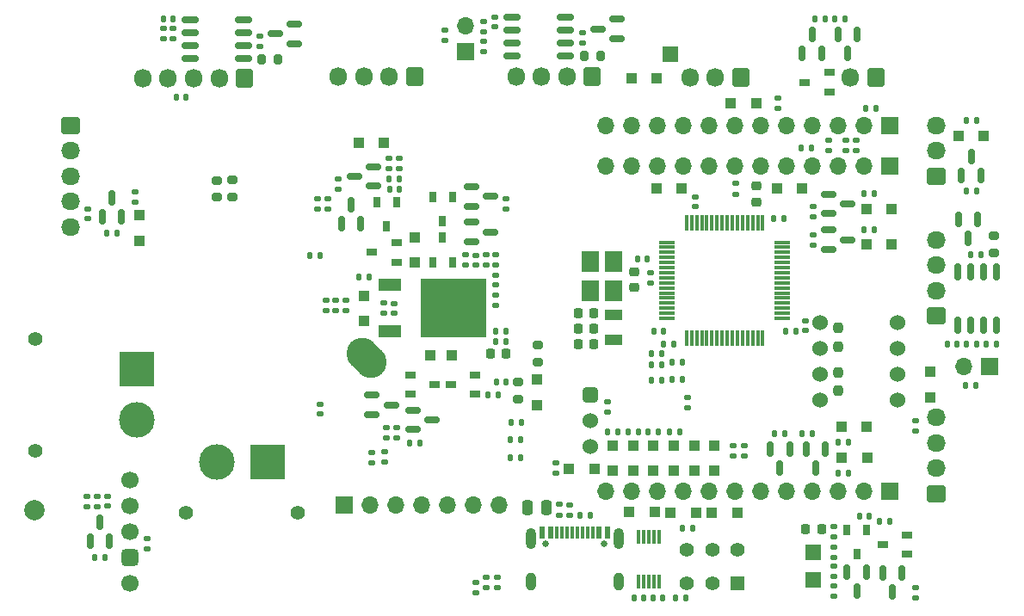
<source format=gbr>
%TF.GenerationSoftware,KiCad,Pcbnew,(6.0.11)*%
%TF.CreationDate,2024-02-29T08:23:56+09:00*%
%TF.ProjectId,Mother_Ctrl,4d6f7468-6572-45f4-9374-726c2e6b6963,rev?*%
%TF.SameCoordinates,Original*%
%TF.FileFunction,Soldermask,Bot*%
%TF.FilePolarity,Negative*%
%FSLAX46Y46*%
G04 Gerber Fmt 4.6, Leading zero omitted, Abs format (unit mm)*
G04 Created by KiCad (PCBNEW (6.0.11)) date 2024-02-29 08:23:56*
%MOMM*%
%LPD*%
G01*
G04 APERTURE LIST*
G04 Aperture macros list*
%AMRoundRect*
0 Rectangle with rounded corners*
0 $1 Rounding radius*
0 $2 $3 $4 $5 $6 $7 $8 $9 X,Y pos of 4 corners*
0 Add a 4 corners polygon primitive as box body*
4,1,4,$2,$3,$4,$5,$6,$7,$8,$9,$2,$3,0*
0 Add four circle primitives for the rounded corners*
1,1,$1+$1,$2,$3*
1,1,$1+$1,$4,$5*
1,1,$1+$1,$6,$7*
1,1,$1+$1,$8,$9*
0 Add four rect primitives between the rounded corners*
20,1,$1+$1,$2,$3,$4,$5,0*
20,1,$1+$1,$4,$5,$6,$7,0*
20,1,$1+$1,$6,$7,$8,$9,0*
20,1,$1+$1,$8,$9,$2,$3,0*%
%AMHorizOval*
0 Thick line with rounded ends*
0 $1 width*
0 $2 $3 position (X,Y) of the first rounded end (center of the circle)*
0 $4 $5 position (X,Y) of the second rounded end (center of the circle)*
0 Add line between two ends*
20,1,$1,$2,$3,$4,$5,0*
0 Add two circle primitives to create the rounded ends*
1,1,$1,$2,$3*
1,1,$1,$4,$5*%
G04 Aperture macros list end*
%ADD10RoundRect,0.250000X0.675000X-0.600000X0.675000X0.600000X-0.675000X0.600000X-0.675000X-0.600000X0*%
%ADD11O,1.850000X1.700000*%
%ADD12R,1.700000X1.700000*%
%ADD13O,1.700000X1.700000*%
%ADD14RoundRect,0.250000X0.600000X0.675000X-0.600000X0.675000X-0.600000X-0.675000X0.600000X-0.675000X0*%
%ADD15O,1.700000X1.850000*%
%ADD16C,1.400000*%
%ADD17R,3.500000X3.500000*%
%ADD18C,3.500000*%
%ADD19R,1.400000X1.400000*%
%ADD20RoundRect,0.381000X-0.381000X-0.381000X0.381000X-0.381000X0.381000X0.381000X-0.381000X0.381000X0*%
%ADD21C,1.524000*%
%ADD22RoundRect,0.250000X-0.675000X0.600000X-0.675000X-0.600000X0.675000X-0.600000X0.675000X0.600000X0*%
%ADD23HorizOval,3.100000X0.424264X-0.424264X-0.424264X0.424264X0*%
%ADD24C,1.700000*%
%ADD25RoundRect,0.425000X0.425000X0.425000X-0.425000X0.425000X-0.425000X-0.425000X0.425000X-0.425000X0*%
%ADD26C,2.000000*%
%ADD27RoundRect,0.225000X-0.225000X-0.250000X0.225000X-0.250000X0.225000X0.250000X-0.225000X0.250000X0*%
%ADD28R,1.000000X0.700000*%
%ADD29RoundRect,0.135000X0.135000X0.185000X-0.135000X0.185000X-0.135000X-0.185000X0.135000X-0.185000X0*%
%ADD30RoundRect,0.150000X0.150000X-0.587500X0.150000X0.587500X-0.150000X0.587500X-0.150000X-0.587500X0*%
%ADD31RoundRect,0.135000X-0.185000X0.135000X-0.185000X-0.135000X0.185000X-0.135000X0.185000X0.135000X0*%
%ADD32RoundRect,0.140000X0.170000X-0.140000X0.170000X0.140000X-0.170000X0.140000X-0.170000X-0.140000X0*%
%ADD33RoundRect,0.135000X-0.135000X-0.185000X0.135000X-0.185000X0.135000X0.185000X-0.135000X0.185000X0*%
%ADD34R,1.800000X1.000000*%
%ADD35RoundRect,0.237500X-0.237500X0.250000X-0.237500X-0.250000X0.237500X-0.250000X0.237500X0.250000X0*%
%ADD36RoundRect,0.150000X-0.150000X0.587500X-0.150000X-0.587500X0.150000X-0.587500X0.150000X0.587500X0*%
%ADD37RoundRect,0.225000X-0.250000X0.225000X-0.250000X-0.225000X0.250000X-0.225000X0.250000X0.225000X0*%
%ADD38R,1.000000X1.000000*%
%ADD39RoundRect,0.150000X0.587500X0.150000X-0.587500X0.150000X-0.587500X-0.150000X0.587500X-0.150000X0*%
%ADD40RoundRect,0.140000X-0.140000X-0.170000X0.140000X-0.170000X0.140000X0.170000X-0.140000X0.170000X0*%
%ADD41RoundRect,0.150000X-0.150000X0.675000X-0.150000X-0.675000X0.150000X-0.675000X0.150000X0.675000X0*%
%ADD42RoundRect,0.200000X0.275000X-0.200000X0.275000X0.200000X-0.275000X0.200000X-0.275000X-0.200000X0*%
%ADD43RoundRect,0.150000X-0.587500X-0.150000X0.587500X-0.150000X0.587500X0.150000X-0.587500X0.150000X0*%
%ADD44RoundRect,0.140000X-0.170000X0.140000X-0.170000X-0.140000X0.170000X-0.140000X0.170000X0.140000X0*%
%ADD45RoundRect,0.140000X0.140000X0.170000X-0.140000X0.170000X-0.140000X-0.170000X0.140000X-0.170000X0*%
%ADD46R,0.300000X1.400000*%
%ADD47R,0.700000X1.000000*%
%ADD48RoundRect,0.075000X-0.700000X-0.075000X0.700000X-0.075000X0.700000X0.075000X-0.700000X0.075000X0*%
%ADD49RoundRect,0.075000X-0.075000X-0.700000X0.075000X-0.700000X0.075000X0.700000X-0.075000X0.700000X0*%
%ADD50RoundRect,0.200000X-0.275000X0.200000X-0.275000X-0.200000X0.275000X-0.200000X0.275000X0.200000X0*%
%ADD51RoundRect,0.135000X0.185000X-0.135000X0.185000X0.135000X-0.185000X0.135000X-0.185000X-0.135000X0*%
%ADD52RoundRect,0.150000X0.675000X0.150000X-0.675000X0.150000X-0.675000X-0.150000X0.675000X-0.150000X0*%
%ADD53R,1.800000X2.100000*%
%ADD54RoundRect,0.250000X-0.250000X-0.475000X0.250000X-0.475000X0.250000X0.475000X-0.250000X0.475000X0*%
%ADD55RoundRect,0.200000X0.200000X0.275000X-0.200000X0.275000X-0.200000X-0.275000X0.200000X-0.275000X0*%
%ADD56R,1.500000X1.500000*%
%ADD57R,2.200000X1.200000*%
%ADD58R,6.400000X5.800000*%
%ADD59C,0.650000*%
%ADD60R,0.600000X1.240000*%
%ADD61R,0.300000X1.240000*%
%ADD62O,1.000000X1.800000*%
%ADD63O,1.000000X2.100000*%
%ADD64RoundRect,0.225000X0.225000X0.250000X-0.225000X0.250000X-0.225000X-0.250000X0.225000X-0.250000X0*%
G04 APERTURE END LIST*
D10*
%TO.C,J10*%
X193650000Y-124320000D03*
D11*
X193650000Y-121820000D03*
X193650000Y-119320000D03*
X193650000Y-116820000D03*
%TD*%
D12*
%TO.C,J16*%
X189050000Y-92070000D03*
D13*
X186510000Y-92070000D03*
X183970000Y-92070000D03*
X181430000Y-92070000D03*
X178890000Y-92070000D03*
X176350000Y-92070000D03*
X173810000Y-92070000D03*
X171270000Y-92070000D03*
X168730000Y-92070000D03*
X166190000Y-92070000D03*
X163650000Y-92070000D03*
X161110000Y-92070000D03*
%TD*%
D14*
%TO.C,J6*%
X187650000Y-83370000D03*
D15*
X185150000Y-83370000D03*
%TD*%
D16*
%TO.C,J2*%
X119800000Y-126170000D03*
X130800000Y-126170000D03*
D17*
X127800000Y-121170000D03*
D18*
X122800000Y-121170000D03*
%TD*%
D14*
%TO.C,J12*%
X159790000Y-83260000D03*
D15*
X157290000Y-83260000D03*
X154790000Y-83260000D03*
X152290000Y-83260000D03*
%TD*%
D19*
%TO.C,SW4*%
X174070000Y-133100000D03*
D16*
X171570000Y-133100000D03*
X169070000Y-133100000D03*
X174070000Y-129800000D03*
X171570000Y-129800000D03*
X169070000Y-129800000D03*
%TD*%
D12*
%TO.C,JP1*%
X198825000Y-111810000D03*
D13*
X196285000Y-111810000D03*
%TD*%
D14*
%TO.C,J14*%
X125550000Y-83470000D03*
D15*
X123050000Y-83470000D03*
X120550000Y-83470000D03*
X118050000Y-83470000D03*
X115550000Y-83470000D03*
%TD*%
D10*
%TO.C,J7*%
X193650000Y-93070000D03*
D11*
X193650000Y-90570000D03*
X193650000Y-88070000D03*
%TD*%
D12*
%TO.C,J15*%
X189050000Y-88070000D03*
D13*
X186510000Y-88070000D03*
X183970000Y-88070000D03*
X181430000Y-88070000D03*
X178890000Y-88070000D03*
X176350000Y-88070000D03*
X173810000Y-88070000D03*
X171270000Y-88070000D03*
X168730000Y-88070000D03*
X166190000Y-88070000D03*
X163650000Y-88070000D03*
X161110000Y-88070000D03*
%TD*%
D16*
%TO.C,J1*%
X104975000Y-109070000D03*
X104975000Y-120070000D03*
D17*
X114975000Y-112070000D03*
D18*
X114975000Y-117070000D03*
%TD*%
D12*
%TO.C,JP2*%
X147300000Y-80845001D03*
D13*
X147300000Y-78305001D03*
%TD*%
D14*
%TO.C,J11*%
X142290000Y-83310000D03*
D15*
X139790000Y-83310000D03*
X137290000Y-83310000D03*
X134790000Y-83310000D03*
%TD*%
D20*
%TO.C,SW5*%
X159550000Y-114570000D03*
D21*
X159550000Y-117110000D03*
X159550000Y-119650000D03*
%TD*%
D14*
%TO.C,J8*%
X174400000Y-83370000D03*
D15*
X171900000Y-83370000D03*
X169400000Y-83370000D03*
%TD*%
D22*
%TO.C,J13*%
X108450000Y-88070000D03*
D11*
X108450000Y-90570000D03*
X108450000Y-93070000D03*
X108450000Y-95570000D03*
X108450000Y-98070000D03*
%TD*%
D10*
%TO.C,J9*%
X193650000Y-106820000D03*
D11*
X193650000Y-104320000D03*
X193650000Y-101820000D03*
X193650000Y-99320000D03*
%TD*%
D23*
%TO.C,U2*%
X137600000Y-110920000D03*
%TD*%
D12*
%TO.C,J17*%
X189050000Y-124070000D03*
D13*
X186510000Y-124070000D03*
X183970000Y-124070000D03*
X181430000Y-124070000D03*
X178890000Y-124070000D03*
X176350000Y-124070000D03*
X173810000Y-124070000D03*
X171270000Y-124070000D03*
X168730000Y-124070000D03*
X166190000Y-124070000D03*
X163650000Y-124070000D03*
X161110000Y-124070000D03*
%TD*%
D12*
%TO.C,J4*%
X135400000Y-125420000D03*
D13*
X137940000Y-125420000D03*
X140480000Y-125420000D03*
X143020000Y-125420000D03*
X145560000Y-125420000D03*
X148100000Y-125420000D03*
X150640000Y-125420000D03*
%TD*%
D21*
%TO.C,U5*%
X182209999Y-110050002D03*
X189829999Y-110050002D03*
X182209999Y-107510002D03*
X189829999Y-115130002D03*
X189829999Y-112590002D03*
X182209999Y-115130002D03*
X182209999Y-112590002D03*
X189829999Y-107510002D03*
%TD*%
D24*
%TO.C,SW1*%
X114300000Y-122990000D03*
X114300000Y-133150000D03*
D25*
X114300000Y-130610000D03*
D24*
X114300000Y-128070000D03*
X114300000Y-125530000D03*
%TD*%
D26*
%TO.C,TP5*%
X104900000Y-125970000D03*
%TD*%
D27*
%TO.C,C17*%
X158365000Y-109630000D03*
X159915000Y-109630000D03*
%TD*%
D28*
%TO.C,Q9*%
X183100000Y-82870000D03*
X183100000Y-84770000D03*
X180700000Y-83820000D03*
%TD*%
D29*
%TO.C,R55*%
X162270000Y-118230000D03*
X161250000Y-118230000D03*
%TD*%
D30*
%TO.C,Q2*%
X112250000Y-129007500D03*
X110350000Y-129007500D03*
X111300000Y-127132500D03*
%TD*%
D31*
%TO.C,R46*%
X183550000Y-133360000D03*
X183550000Y-134380000D03*
%TD*%
D32*
%TO.C,C19*%
X148300000Y-101800000D03*
X148300000Y-100840000D03*
%TD*%
D33*
%TO.C,R31*%
X183640000Y-77570000D03*
X184660000Y-77570000D03*
%TD*%
D34*
%TO.C,Y2*%
X161850000Y-106710000D03*
X161850000Y-109210000D03*
%TD*%
D31*
%TO.C,R41*%
X161300000Y-115310000D03*
X161300000Y-116330000D03*
%TD*%
%TO.C,R1*%
X115970000Y-128720000D03*
X115970000Y-129740000D03*
%TD*%
D35*
%TO.C,R84*%
X183990000Y-107997500D03*
X183990000Y-109822500D03*
%TD*%
D31*
%TO.C,R80*%
X181487500Y-96090000D03*
X181487500Y-97110000D03*
%TD*%
D33*
%TO.C,R27*%
X136840000Y-103020000D03*
X137860000Y-103020000D03*
%TD*%
D31*
%TO.C,R13*%
X132710000Y-95310000D03*
X132710000Y-96330000D03*
%TD*%
D28*
%TO.C,Q6*%
X141850000Y-114520000D03*
X141850000Y-112620000D03*
X144250000Y-113570000D03*
%TD*%
D36*
%TO.C,Q18*%
X188350000Y-132132500D03*
X190250000Y-132132500D03*
X189300000Y-134007500D03*
%TD*%
D37*
%TO.C,C16*%
X163930000Y-102485000D03*
X163930000Y-104035000D03*
%TD*%
D38*
%TO.C,D10*%
X171800000Y-119570000D03*
X171800000Y-122070000D03*
%TD*%
D36*
%TO.C,Q27*%
X177294500Y-119938750D03*
X179194500Y-119938750D03*
X178244500Y-121813750D03*
%TD*%
D39*
%TO.C,Q32*%
X130487500Y-78120000D03*
X130487500Y-80020000D03*
X128612500Y-79070000D03*
%TD*%
D36*
%TO.C,Q16*%
X184850000Y-132032500D03*
X186750000Y-132032500D03*
X185800000Y-133907500D03*
%TD*%
D31*
%TO.C,R99*%
X145290000Y-78690000D03*
X145290000Y-79710000D03*
%TD*%
D36*
%TO.C,Q11*%
X183950000Y-79132500D03*
X185850000Y-79132500D03*
X184900000Y-81007500D03*
%TD*%
D29*
%TO.C,R29*%
X140810000Y-93320000D03*
X139790000Y-93320000D03*
%TD*%
D30*
%TO.C,Q23*%
X198000000Y-93007500D03*
X196100000Y-93007500D03*
X197050000Y-91132500D03*
%TD*%
D40*
%TO.C,C28*%
X178820000Y-108320000D03*
X179780000Y-108320000D03*
%TD*%
D38*
%TO.C,D11*%
X174040000Y-126210000D03*
X171540000Y-126210000D03*
%TD*%
D41*
%TO.C,U6*%
X195705000Y-102495000D03*
X196975000Y-102495000D03*
X198245000Y-102495000D03*
X199515000Y-102495000D03*
X199515000Y-107745000D03*
X198245000Y-107745000D03*
X196975000Y-107745000D03*
X195705000Y-107745000D03*
%TD*%
D38*
%TO.C,D14*%
X167800000Y-119570000D03*
X167800000Y-122070000D03*
%TD*%
D31*
%TO.C,R91*%
X158810000Y-78960000D03*
X158810000Y-79980000D03*
%TD*%
D42*
%TO.C,R3*%
X152510000Y-114995000D03*
X152510000Y-113345000D03*
%TD*%
D43*
%TO.C,Q22*%
X147862500Y-96020000D03*
X147862500Y-94120000D03*
X149737500Y-95070000D03*
%TD*%
D44*
%TO.C,C13*%
X140300000Y-105590000D03*
X140300000Y-106550000D03*
%TD*%
D45*
%TO.C,C29*%
X167780000Y-109570000D03*
X166820000Y-109570000D03*
%TD*%
%TO.C,C35*%
X118530000Y-77570000D03*
X117570000Y-77570000D03*
%TD*%
D33*
%TO.C,R72*%
X167950000Y-134590000D03*
X168970000Y-134590000D03*
%TD*%
D46*
%TO.C,U1*%
X164350000Y-128570000D03*
X164850000Y-128570000D03*
X165350000Y-128570000D03*
X165850000Y-128570000D03*
X166350000Y-128570000D03*
X166350000Y-132970000D03*
X165850000Y-132970000D03*
X165350000Y-132970000D03*
X164850000Y-132970000D03*
X164350000Y-132970000D03*
%TD*%
D47*
%TO.C,Q19*%
X146000000Y-101520000D03*
X144100000Y-101520000D03*
X145050000Y-99120000D03*
%TD*%
D31*
%TO.C,R61*%
X149300000Y-100810000D03*
X149300000Y-101830000D03*
%TD*%
D32*
%TO.C,C27*%
X165550000Y-103550000D03*
X165550000Y-102590000D03*
%TD*%
D31*
%TO.C,R23*%
X134550000Y-105310000D03*
X134550000Y-106330000D03*
%TD*%
D38*
%TO.C,H5*%
X143850000Y-110670000D03*
%TD*%
D48*
%TO.C,U4*%
X167125000Y-107070000D03*
X167125000Y-106570000D03*
X167125000Y-106070000D03*
X167125000Y-105570000D03*
X167125000Y-105070000D03*
X167125000Y-104570000D03*
X167125000Y-104070000D03*
X167125000Y-103570000D03*
X167125000Y-103070000D03*
X167125000Y-102570000D03*
X167125000Y-102070000D03*
X167125000Y-101570000D03*
X167125000Y-101070000D03*
X167125000Y-100570000D03*
X167125000Y-100070000D03*
X167125000Y-99570000D03*
D49*
X169050000Y-97645000D03*
X169550000Y-97645000D03*
X170050000Y-97645000D03*
X170550000Y-97645000D03*
X171050000Y-97645000D03*
X171550000Y-97645000D03*
X172050000Y-97645000D03*
X172550000Y-97645000D03*
X173050000Y-97645000D03*
X173550000Y-97645000D03*
X174050000Y-97645000D03*
X174550000Y-97645000D03*
X175050000Y-97645000D03*
X175550000Y-97645000D03*
X176050000Y-97645000D03*
X176550000Y-97645000D03*
D48*
X178475000Y-99570000D03*
X178475000Y-100070000D03*
X178475000Y-100570000D03*
X178475000Y-101070000D03*
X178475000Y-101570000D03*
X178475000Y-102070000D03*
X178475000Y-102570000D03*
X178475000Y-103070000D03*
X178475000Y-103570000D03*
X178475000Y-104070000D03*
X178475000Y-104570000D03*
X178475000Y-105070000D03*
X178475000Y-105570000D03*
X178475000Y-106070000D03*
X178475000Y-106570000D03*
X178475000Y-107070000D03*
D49*
X176550000Y-108995000D03*
X176050000Y-108995000D03*
X175550000Y-108995000D03*
X175050000Y-108995000D03*
X174550000Y-108995000D03*
X174050000Y-108995000D03*
X173550000Y-108995000D03*
X173050000Y-108995000D03*
X172550000Y-108995000D03*
X172050000Y-108995000D03*
X171550000Y-108995000D03*
X171050000Y-108995000D03*
X170550000Y-108995000D03*
X170050000Y-108995000D03*
X169550000Y-108995000D03*
X169050000Y-108995000D03*
%TD*%
D38*
%TO.C,D36*%
X163620000Y-83410000D03*
X166120000Y-83410000D03*
%TD*%
D32*
%TO.C,C9*%
X133000000Y-116450000D03*
X133000000Y-115490000D03*
%TD*%
D50*
%TO.C,R8*%
X124400000Y-93465000D03*
X124400000Y-95115000D03*
%TD*%
D31*
%TO.C,R22*%
X135550000Y-105310000D03*
X135550000Y-106330000D03*
%TD*%
D50*
%TO.C,R88*%
X199260000Y-98935000D03*
X199260000Y-100585000D03*
%TD*%
D33*
%TO.C,R62*%
X167610000Y-111350000D03*
X168630000Y-111350000D03*
%TD*%
D51*
%TO.C,R59*%
X191600000Y-118170000D03*
X191600000Y-117150000D03*
%TD*%
D52*
%TO.C,U8*%
X125425000Y-77665000D03*
X125425000Y-78935000D03*
X125425000Y-80205000D03*
X125425000Y-81475000D03*
X120175000Y-81475000D03*
X120175000Y-80205000D03*
X120175000Y-78935000D03*
X120175000Y-77665000D03*
%TD*%
D40*
%TO.C,C37*%
X118820000Y-85320000D03*
X119780000Y-85320000D03*
%TD*%
D44*
%TO.C,C32*%
X180740000Y-107320000D03*
X180740000Y-108280000D03*
%TD*%
D47*
%TO.C,Q15*%
X184850000Y-127870000D03*
X186750000Y-127870000D03*
X185800000Y-130270000D03*
%TD*%
D29*
%TO.C,R94*%
X199580000Y-109610000D03*
X198560000Y-109610000D03*
%TD*%
D53*
%TO.C,Y1*%
X159580000Y-104380000D03*
X159580000Y-101480000D03*
X161880000Y-101480000D03*
X161880000Y-104380000D03*
%TD*%
D38*
%TO.C,D33*%
X184310000Y-120800000D03*
X186810000Y-120800000D03*
%TD*%
D54*
%TO.C,C3*%
X153370000Y-125720000D03*
X155270000Y-125720000D03*
%TD*%
D29*
%TO.C,R66*%
X166620000Y-111610000D03*
X165600000Y-111610000D03*
%TD*%
D38*
%TO.C,D32*%
X186737500Y-99820000D03*
X189237500Y-99820000D03*
%TD*%
D28*
%TO.C,Q17*%
X190750000Y-128370000D03*
X190750000Y-130270000D03*
X188350000Y-129320000D03*
%TD*%
D32*
%TO.C,C25*%
X169910000Y-96060000D03*
X169910000Y-95100000D03*
%TD*%
D51*
%TO.C,R73*%
X148330000Y-134070000D03*
X148330000Y-133050000D03*
%TD*%
D47*
%TO.C,Q10*%
X138600000Y-95620000D03*
X140500000Y-95620000D03*
X139550000Y-98020000D03*
%TD*%
D52*
%TO.C,U7*%
X157165000Y-77435000D03*
X157165000Y-78705000D03*
X157165000Y-79975000D03*
X157165000Y-81245000D03*
X151915000Y-81245000D03*
X151915000Y-79975000D03*
X151915000Y-78705000D03*
X151915000Y-77435000D03*
%TD*%
D29*
%TO.C,R19*%
X152760000Y-120790000D03*
X151740000Y-120790000D03*
%TD*%
D33*
%TO.C,R103*%
X165600000Y-110570000D03*
X166620000Y-110570000D03*
%TD*%
D38*
%TO.C,D35*%
X184300000Y-117760000D03*
X186800000Y-117760000D03*
%TD*%
D31*
%TO.C,R4*%
X110010000Y-124570000D03*
X110010000Y-125590000D03*
%TD*%
D51*
%TO.C,R65*%
X150300000Y-101830000D03*
X150300000Y-100810000D03*
%TD*%
D55*
%TO.C,R92*%
X128875000Y-81570000D03*
X127225000Y-81570000D03*
%TD*%
D45*
%TO.C,C2*%
X151280000Y-113290000D03*
X150320000Y-113290000D03*
%TD*%
%TO.C,C31*%
X166779999Y-108319999D03*
X165819999Y-108319999D03*
%TD*%
D42*
%TO.C,R7*%
X122840000Y-95135000D03*
X122840000Y-93485000D03*
%TD*%
D31*
%TO.C,R44*%
X139300001Y-105559999D03*
X139300001Y-106579999D03*
%TD*%
D33*
%TO.C,R90*%
X197000000Y-100760000D03*
X198020000Y-100760000D03*
%TD*%
D36*
%TO.C,Q30*%
X195810000Y-97322500D03*
X197710000Y-97322500D03*
X196760000Y-99197500D03*
%TD*%
D31*
%TO.C,R86*%
X114800000Y-94640000D03*
X114800000Y-95660000D03*
%TD*%
%TO.C,R75*%
X181487500Y-98810000D03*
X181487500Y-99830000D03*
%TD*%
D38*
%TO.C,H4*%
X145950000Y-110670000D03*
%TD*%
D29*
%TO.C,R81*%
X178754500Y-118376250D03*
X177734500Y-118376250D03*
%TD*%
D55*
%TO.C,R89*%
X160635000Y-81240000D03*
X158985000Y-81240000D03*
%TD*%
D43*
%TO.C,Q26*%
X183050000Y-96770000D03*
X183050000Y-94870000D03*
X184925000Y-95820000D03*
%TD*%
D56*
%TO.C,H7*%
X181550000Y-130070000D03*
%TD*%
D39*
%TO.C,Q12*%
X138237500Y-92120000D03*
X138237500Y-94020000D03*
X136362500Y-93070000D03*
%TD*%
D29*
%TO.C,R28*%
X182660000Y-77570000D03*
X181640000Y-77570000D03*
%TD*%
D31*
%TO.C,R100*%
X118550000Y-78560000D03*
X118550000Y-79580000D03*
%TD*%
%TO.C,R26*%
X140800000Y-91310000D03*
X140800000Y-92330000D03*
%TD*%
D44*
%TO.C,C36*%
X110170000Y-96270000D03*
X110170000Y-97230000D03*
%TD*%
D51*
%TO.C,R2*%
X111050000Y-125570000D03*
X111050000Y-124550000D03*
%TD*%
D29*
%TO.C,R95*%
X197630000Y-109620000D03*
X196610000Y-109620000D03*
%TD*%
%TO.C,R67*%
X166650000Y-113140000D03*
X165630000Y-113140000D03*
%TD*%
D51*
%TO.C,R52*%
X138110000Y-121320000D03*
X138110000Y-120300000D03*
%TD*%
D33*
%TO.C,R42*%
X186670000Y-86360000D03*
X187690000Y-86360000D03*
%TD*%
D38*
%TO.C,D17*%
X163800000Y-119570000D03*
X163800000Y-122070000D03*
%TD*%
D32*
%TO.C,C1*%
X112080000Y-125550000D03*
X112080000Y-124590000D03*
%TD*%
D51*
%TO.C,R45*%
X183550000Y-132480000D03*
X183550000Y-131460000D03*
%TD*%
D56*
%TO.C,H11*%
X167420000Y-81100000D03*
%TD*%
D38*
%TO.C,D34*%
X186737500Y-96320000D03*
X189237500Y-96320000D03*
%TD*%
D30*
%TO.C,Q14*%
X137000000Y-97757500D03*
X135100000Y-97757500D03*
X136050000Y-95882500D03*
%TD*%
D29*
%TO.C,R9*%
X111810000Y-130570000D03*
X110790000Y-130570000D03*
%TD*%
D33*
%TO.C,R21*%
X131980000Y-100840000D03*
X133000000Y-100840000D03*
%TD*%
D29*
%TO.C,R17*%
X152810000Y-117290000D03*
X151790000Y-117290000D03*
%TD*%
D43*
%TO.C,Q20*%
X147862500Y-99520000D03*
X147862500Y-97620000D03*
X149737500Y-98570000D03*
%TD*%
D31*
%TO.C,R49*%
X174720000Y-119560000D03*
X174720000Y-120580000D03*
%TD*%
D56*
%TO.C,H8*%
X181550000Y-132820000D03*
%TD*%
D43*
%TO.C,Q24*%
X183050000Y-100270000D03*
X183050000Y-98370000D03*
X184925000Y-99320000D03*
%TD*%
D51*
%TO.C,R33*%
X133800000Y-96330000D03*
X133800000Y-95310000D03*
%TD*%
%TO.C,R60*%
X147300000Y-101830000D03*
X147300000Y-100810000D03*
%TD*%
%TO.C,R58*%
X150300000Y-105830000D03*
X150300000Y-104810000D03*
%TD*%
D45*
%TO.C,C11*%
X140799999Y-94320000D03*
X139839999Y-94320000D03*
%TD*%
D30*
%TO.C,Q28*%
X113450000Y-97087500D03*
X111550000Y-97087500D03*
X112500000Y-95212500D03*
%TD*%
D51*
%TO.C,R96*%
X149060000Y-80840000D03*
X149060000Y-79820000D03*
%TD*%
D57*
%TO.C,U3*%
X139850001Y-108350000D03*
D58*
X146150001Y-106070000D03*
D57*
X139850001Y-103790000D03*
%TD*%
D28*
%TO.C,Q4*%
X148250000Y-112620000D03*
X148250000Y-114520000D03*
X145850000Y-113570000D03*
%TD*%
D40*
%TO.C,C4*%
X165770000Y-134570000D03*
X166730000Y-134570000D03*
%TD*%
D31*
%TO.C,R43*%
X184730000Y-89560000D03*
X184730000Y-90580000D03*
%TD*%
%TO.C,R47*%
X173660000Y-119550000D03*
X173660000Y-120570000D03*
%TD*%
D51*
%TO.C,R70*%
X149370000Y-133560000D03*
X149370000Y-132540000D03*
%TD*%
%TO.C,R16*%
X140550000Y-118830000D03*
X140550000Y-117810000D03*
%TD*%
D33*
%TO.C,R87*%
X111990000Y-98650000D03*
X113010000Y-98650000D03*
%TD*%
D51*
%TO.C,R35*%
X183550000Y-128580000D03*
X183550000Y-127560000D03*
%TD*%
D33*
%TO.C,R76*%
X196540000Y-87570000D03*
X197560000Y-87570000D03*
%TD*%
D31*
%TO.C,R69*%
X169120000Y-114870000D03*
X169120000Y-115890000D03*
%TD*%
D33*
%TO.C,R82*%
X186477500Y-94820000D03*
X187497500Y-94820000D03*
%TD*%
D38*
%TO.C,D5*%
X136800000Y-89810000D03*
X139300000Y-89810000D03*
%TD*%
D33*
%TO.C,R63*%
X167620000Y-113090000D03*
X168640000Y-113090000D03*
%TD*%
D29*
%TO.C,R10*%
X159570000Y-126480000D03*
X158550000Y-126480000D03*
%TD*%
D38*
%TO.C,D12*%
X169800000Y-119570000D03*
X169800000Y-122070000D03*
%TD*%
%TO.C,D37*%
X175900000Y-85890000D03*
X173400000Y-85890000D03*
%TD*%
D50*
%TO.C,R5*%
X154380000Y-109705000D03*
X154380000Y-111355000D03*
%TD*%
D45*
%TO.C,C6*%
X187030000Y-126570000D03*
X186070000Y-126570000D03*
%TD*%
%TO.C,C33*%
X195680000Y-109620000D03*
X194720000Y-109620000D03*
%TD*%
D33*
%TO.C,R77*%
X186477500Y-98320000D03*
X187497500Y-98320000D03*
%TD*%
D51*
%TO.C,R57*%
X191550000Y-134580000D03*
X191550000Y-133560000D03*
%TD*%
D40*
%TO.C,C26*%
X177640000Y-97270000D03*
X178600000Y-97270000D03*
%TD*%
D38*
%TO.C,D15*%
X163390000Y-126070000D03*
X165890000Y-126070000D03*
%TD*%
D29*
%TO.C,R51*%
X168350000Y-118250000D03*
X167330000Y-118250000D03*
%TD*%
D33*
%TO.C,R83*%
X183959999Y-119290000D03*
X184979999Y-119290000D03*
%TD*%
%TO.C,R54*%
X163290000Y-118250000D03*
X164310000Y-118250000D03*
%TD*%
D29*
%TO.C,R12*%
X150520000Y-114620000D03*
X149500000Y-114620000D03*
%TD*%
D37*
%TO.C,C30*%
X175890000Y-94045000D03*
X175890000Y-95595000D03*
%TD*%
D51*
%TO.C,R40*%
X185730000Y-90580000D03*
X185730000Y-89560000D03*
%TD*%
D38*
%TO.C,D16*%
X165800000Y-119570000D03*
X165800000Y-122070000D03*
%TD*%
D51*
%TO.C,R71*%
X150460000Y-133580000D03*
X150460000Y-132560000D03*
%TD*%
D38*
%TO.C,D9*%
X137300000Y-104820000D03*
X137300000Y-107320000D03*
%TD*%
D30*
%TO.C,Q8*%
X182350000Y-81007500D03*
X180450000Y-81007500D03*
X181400000Y-79132500D03*
%TD*%
D33*
%TO.C,R74*%
X196540000Y-94570000D03*
X197560000Y-94570000D03*
%TD*%
D29*
%TO.C,R53*%
X166310000Y-118250000D03*
X165290000Y-118250000D03*
%TD*%
D38*
%TO.C,D19*%
X157500000Y-121870000D03*
X160000000Y-121870000D03*
%TD*%
D31*
%TO.C,R24*%
X133550000Y-105310000D03*
X133550000Y-106330000D03*
%TD*%
%TO.C,R36*%
X183550000Y-129560000D03*
X183550000Y-130580000D03*
%TD*%
D44*
%TO.C,C34*%
X150190000Y-77420000D03*
X150190000Y-78380000D03*
%TD*%
D29*
%TO.C,R14*%
X151310000Y-109320000D03*
X150290000Y-109320000D03*
%TD*%
%TO.C,R39*%
X181330000Y-90330000D03*
X180310000Y-90330000D03*
%TD*%
D33*
%TO.C,R79*%
X183980000Y-122300000D03*
X185000000Y-122300000D03*
%TD*%
D47*
%TO.C,Q21*%
X144100002Y-95120000D03*
X146000002Y-95120000D03*
X145050002Y-97520000D03*
%TD*%
D51*
%TO.C,R97*%
X149050000Y-78830000D03*
X149050000Y-77810000D03*
%TD*%
D36*
%TO.C,Q25*%
X180794500Y-119938749D03*
X182694500Y-119938749D03*
X181744500Y-121813749D03*
%TD*%
D38*
%TO.C,D1*%
X115250000Y-96940000D03*
X115250000Y-99440000D03*
%TD*%
D51*
%TO.C,R30*%
X139800000Y-92330000D03*
X139800000Y-91310000D03*
%TD*%
D43*
%TO.C,Q7*%
X138112500Y-116520000D03*
X138112500Y-114620000D03*
X139987500Y-115570000D03*
%TD*%
D29*
%TO.C,R78*%
X181434500Y-118376250D03*
X180414500Y-118376250D03*
%TD*%
D38*
%TO.C,D31*%
X198300000Y-89070000D03*
X195800000Y-89070000D03*
%TD*%
D51*
%TO.C,R101*%
X117550000Y-79580000D03*
X117550000Y-78560000D03*
%TD*%
D59*
%TO.C,J3*%
X160940000Y-129265000D03*
X155160000Y-129265000D03*
D60*
X161250000Y-128145000D03*
X160450000Y-128145000D03*
D61*
X159300000Y-128145000D03*
X158300000Y-128145000D03*
X157800000Y-128145000D03*
X156800000Y-128145000D03*
D60*
X155650000Y-128145000D03*
X154850000Y-128145000D03*
X154850000Y-128145000D03*
X155650000Y-128145000D03*
D61*
X156300000Y-128145000D03*
X157300000Y-128145000D03*
X158800000Y-128145000D03*
X159800000Y-128145000D03*
D60*
X160450000Y-128145000D03*
X161250000Y-128145000D03*
D62*
X153730000Y-132945000D03*
D63*
X162370000Y-128745000D03*
D62*
X162370000Y-132945000D03*
D63*
X153730000Y-128745000D03*
%TD*%
D31*
%TO.C,R93*%
X127050000Y-79310000D03*
X127050000Y-80330000D03*
%TD*%
D51*
%TO.C,R38*%
X183030000Y-90580000D03*
X183030000Y-89560000D03*
%TD*%
D38*
%TO.C,D20*%
X142300000Y-101570000D03*
X142300000Y-99070000D03*
%TD*%
D29*
%TO.C,R20*%
X142810000Y-119320000D03*
X141790000Y-119320000D03*
%TD*%
D31*
%TO.C,R102*%
X173930000Y-93810000D03*
X173930000Y-94830000D03*
%TD*%
%TO.C,R32*%
X134800000Y-93310000D03*
X134800000Y-94330000D03*
%TD*%
D38*
%TO.C,D18*%
X161800000Y-119570000D03*
X161800000Y-122070000D03*
%TD*%
D51*
%TO.C,R37*%
X178060000Y-86380000D03*
X178060000Y-85360000D03*
%TD*%
D31*
%TO.C,R11*%
X157560000Y-125400000D03*
X157560000Y-126420000D03*
%TD*%
D33*
%TO.C,R15*%
X150290000Y-108320000D03*
X151310000Y-108320000D03*
%TD*%
D38*
%TO.C,D21*%
X193060000Y-114840000D03*
X193060000Y-112340000D03*
%TD*%
D51*
%TO.C,R50*%
X139330000Y-121190000D03*
X139330000Y-120170000D03*
%TD*%
D33*
%TO.C,R48*%
X168620000Y-127690000D03*
X169640000Y-127690000D03*
%TD*%
%TO.C,R98*%
X196510000Y-113660000D03*
X197530000Y-113660000D03*
%TD*%
D39*
%TO.C,Q31*%
X162237500Y-77630000D03*
X162237500Y-79530000D03*
X160362500Y-78580000D03*
%TD*%
D51*
%TO.C,R68*%
X151300000Y-96330000D03*
X151300000Y-95310000D03*
%TD*%
%TO.C,R56*%
X156190000Y-122280000D03*
X156190000Y-121260000D03*
%TD*%
D27*
%TO.C,C12*%
X180775000Y-127820000D03*
X182325000Y-127820000D03*
%TD*%
%TO.C,C15*%
X158365000Y-106530000D03*
X159915000Y-106530000D03*
%TD*%
D35*
%TO.C,R85*%
X183980000Y-112367500D03*
X183980000Y-114192500D03*
%TD*%
D38*
%TO.C,D2*%
X154300000Y-115570000D03*
X154300000Y-113070000D03*
%TD*%
D31*
%TO.C,R6*%
X156550000Y-125390000D03*
X156550000Y-126410000D03*
%TD*%
D27*
%TO.C,C18*%
X158365000Y-108070000D03*
X159915000Y-108070000D03*
%TD*%
D45*
%TO.C,C5*%
X164830000Y-134570000D03*
X163870000Y-134570000D03*
%TD*%
D32*
%TO.C,C14*%
X150300000Y-103800000D03*
X150300000Y-102840000D03*
%TD*%
D28*
%TO.C,Q13*%
X140500000Y-99620000D03*
X140500000Y-101520000D03*
X138100000Y-100570000D03*
%TD*%
D43*
%TO.C,Q5*%
X142112500Y-118020000D03*
X142112500Y-116120000D03*
X143987500Y-117070000D03*
%TD*%
D38*
%TO.C,D39*%
X180440000Y-94260000D03*
X177940000Y-94260000D03*
%TD*%
D51*
%TO.C,R25*%
X139550000Y-118830000D03*
X139550000Y-117810000D03*
%TD*%
D29*
%TO.C,R18*%
X152760000Y-119040000D03*
X151740000Y-119040000D03*
%TD*%
D38*
%TO.C,D38*%
X166090000Y-94310000D03*
X168590000Y-94310000D03*
%TD*%
%TO.C,D13*%
X167490000Y-126200000D03*
X169990000Y-126200000D03*
%TD*%
D45*
%TO.C,C24*%
X165190000Y-101220000D03*
X164230000Y-101220000D03*
%TD*%
D29*
%TO.C,R34*%
X189060000Y-127070000D03*
X188040000Y-127070000D03*
%TD*%
D64*
%TO.C,C8*%
X151325000Y-110570000D03*
X149775000Y-110570000D03*
%TD*%
M02*

</source>
